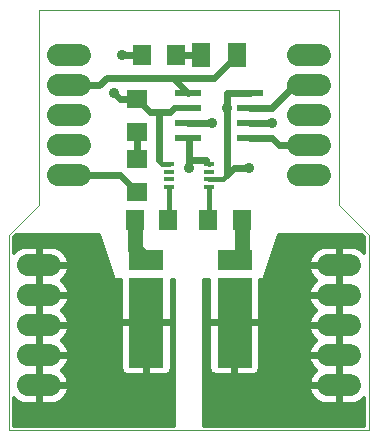
<source format=gtl>
G75*
%MOIN*%
%OFA0B0*%
%FSLAX24Y24*%
%IPPOS*%
%LPD*%
%AMOC8*
5,1,8,0,0,1.08239X$1,22.5*
%
%ADD10C,0.0000*%
%ADD11R,0.0354X0.0177*%
%ADD12R,0.0866X0.0236*%
%ADD13R,0.1161X0.0661*%
%ADD14R,0.1161X0.3000*%
%ADD15R,0.0630X0.0710*%
%ADD16R,0.0710X0.0630*%
%ADD17R,0.0591X0.0787*%
%ADD18C,0.0740*%
%ADD19C,0.0180*%
%ADD20C,0.0240*%
%ADD21C,0.0356*%
%ADD22C,0.0160*%
%ADD23C,0.0500*%
%ADD24C,0.0120*%
%ADD25R,0.0356X0.0356*%
D10*
X000160Y000660D02*
X000160Y007160D01*
X001160Y008160D01*
X001160Y014660D01*
X011160Y014660D01*
X011160Y008160D01*
X012160Y007160D01*
X012160Y000660D01*
X000160Y000660D01*
D11*
X005485Y008776D03*
X005485Y009032D03*
X005485Y009288D03*
X005485Y009544D03*
X006835Y009544D03*
X006835Y009288D03*
X006835Y009032D03*
X006835Y008776D03*
D12*
X006136Y010410D03*
X006136Y010910D03*
X006136Y011410D03*
X006136Y011910D03*
X008184Y011910D03*
X008184Y011410D03*
X008184Y010910D03*
X008184Y010410D03*
D13*
X007682Y006329D03*
X004741Y006329D03*
D14*
X004741Y004258D03*
X007682Y004258D03*
D15*
X007920Y007660D03*
X006800Y007660D03*
X005470Y007660D03*
X004350Y007660D03*
X004600Y013160D03*
X005720Y013160D03*
D16*
X004410Y011720D03*
X004410Y010600D03*
X004410Y009720D03*
X004410Y008600D03*
D17*
X006569Y013160D03*
X007751Y013160D03*
D18*
X009790Y013160D02*
X010530Y013160D01*
X010530Y012160D02*
X009790Y012160D01*
X009790Y011160D02*
X010530Y011160D01*
X010530Y010160D02*
X009790Y010160D01*
X009790Y009160D02*
X010530Y009160D01*
X010790Y006160D02*
X011530Y006160D01*
X011530Y005160D02*
X010790Y005160D01*
X010790Y004160D02*
X011530Y004160D01*
X011530Y003160D02*
X010790Y003160D01*
X010790Y002160D02*
X011530Y002160D01*
X002530Y009160D02*
X001790Y009160D01*
X001790Y010160D02*
X002530Y010160D01*
X002530Y011160D02*
X001790Y011160D01*
X001790Y012160D02*
X002530Y012160D01*
X002530Y013160D02*
X001790Y013160D01*
X001530Y006160D02*
X000790Y006160D01*
X000790Y005160D02*
X001530Y005160D01*
X001530Y004160D02*
X000790Y004160D01*
X000790Y003160D02*
X001530Y003160D01*
X001530Y002160D02*
X000790Y002160D01*
D19*
X005485Y007675D02*
X005485Y008776D01*
X005485Y009544D02*
X005276Y009544D01*
X005160Y009660D01*
X006719Y009660D02*
X006835Y009544D01*
X006835Y009032D02*
X007282Y009032D01*
X007410Y009160D01*
X006835Y008776D02*
X006835Y007675D01*
D20*
X007410Y009160D02*
X007660Y009410D01*
X008160Y009410D01*
X007410Y009160D02*
X007410Y011410D01*
X007410Y011910D01*
X008184Y011910D01*
X008184Y011410D02*
X008910Y011410D01*
X009660Y012160D01*
X010160Y012160D01*
X008910Y010910D02*
X008184Y010910D01*
X008184Y010410D02*
X008910Y010410D01*
X009160Y010160D01*
X010160Y010160D01*
X007751Y013160D02*
X007001Y012410D01*
X005636Y012410D01*
X003410Y012410D01*
X003160Y012160D01*
X002160Y012160D01*
X003660Y011910D02*
X003850Y011720D01*
X004410Y011720D01*
X004845Y011285D01*
X005160Y011285D01*
X005160Y009660D01*
X004410Y009720D02*
X004410Y010600D01*
X005160Y011285D02*
X005535Y011285D01*
X005660Y011410D01*
X006136Y011910D02*
X005636Y012410D01*
X005720Y013160D02*
X006569Y013160D01*
X006910Y010910D02*
X006136Y010910D01*
X006160Y010386D02*
X006160Y009660D01*
X006719Y009660D01*
X006160Y009660D02*
X006160Y009410D01*
X004410Y008600D02*
X003850Y009160D01*
X002160Y009160D01*
X003910Y013160D02*
X004600Y013160D01*
D21*
X003910Y013160D03*
X003660Y011910D03*
X006160Y009410D03*
X006910Y010910D03*
X007410Y011410D03*
X008910Y010910D03*
X008160Y009410D03*
D22*
X006835Y007675D02*
X006800Y007660D01*
X005485Y007675D02*
X005470Y007660D01*
X006160Y010386D02*
X006136Y010410D01*
X006136Y011410D02*
X005660Y011410D01*
D23*
X004350Y007660D02*
X004350Y006720D01*
X004741Y006329D01*
X007682Y006329D02*
X007920Y006567D01*
X007920Y007660D01*
D24*
X008968Y006585D02*
X010324Y006585D01*
X010309Y006570D02*
X010251Y006490D01*
X010206Y006402D01*
X010176Y006308D01*
X010160Y006210D01*
X011110Y006210D01*
X011110Y006790D01*
X010740Y006790D01*
X010642Y006774D01*
X010548Y006744D01*
X010460Y006699D01*
X010380Y006641D01*
X010309Y006570D01*
X010239Y006467D02*
X008929Y006467D01*
X008889Y006348D02*
X010189Y006348D01*
X010163Y006230D02*
X008850Y006230D01*
X008810Y006111D02*
X011110Y006111D01*
X011110Y006110D02*
X010160Y006110D01*
X010176Y006012D01*
X010206Y005918D01*
X010251Y005830D01*
X010309Y005750D01*
X010380Y005679D01*
X010406Y005660D01*
X010380Y005641D01*
X010309Y005570D01*
X010251Y005490D01*
X010206Y005402D01*
X010176Y005308D01*
X010160Y005210D01*
X011110Y005210D01*
X011110Y006110D01*
X011110Y006210D01*
X011210Y006210D01*
X011210Y006790D01*
X011580Y006790D01*
X011678Y006774D01*
X011772Y006744D01*
X011860Y006699D01*
X011940Y006641D01*
X012000Y006581D01*
X012000Y007094D01*
X011934Y007160D01*
X009160Y007160D01*
X008660Y005660D01*
X008522Y005660D01*
X008522Y004318D01*
X007742Y004318D01*
X007742Y004198D01*
X008522Y004198D01*
X008522Y002733D01*
X008512Y002683D01*
X008493Y002635D01*
X008464Y002593D01*
X008428Y002556D01*
X008386Y002528D01*
X008338Y002508D01*
X008288Y002498D01*
X007742Y002498D01*
X007742Y004198D01*
X007622Y004198D01*
X007622Y002498D01*
X007075Y002498D01*
X007025Y002508D01*
X006978Y002528D01*
X006935Y002556D01*
X006899Y002593D01*
X006871Y002635D01*
X006851Y002683D01*
X006841Y002733D01*
X006841Y004198D01*
X007622Y004198D01*
X007622Y004318D01*
X006841Y004318D01*
X006841Y005660D01*
X006660Y005660D01*
X006660Y000820D01*
X012000Y000820D01*
X012000Y001739D01*
X011940Y001679D01*
X011860Y001621D01*
X011772Y001576D01*
X011678Y001546D01*
X011580Y001530D01*
X011210Y001530D01*
X011210Y002110D01*
X011110Y002110D01*
X011110Y001530D01*
X010740Y001530D01*
X010642Y001546D01*
X010548Y001576D01*
X010460Y001621D01*
X010380Y001679D01*
X010309Y001750D01*
X010251Y001830D01*
X010206Y001918D01*
X010176Y002012D01*
X010160Y002110D01*
X011110Y002110D01*
X011110Y002210D01*
X011110Y003110D01*
X010160Y003110D01*
X010176Y003012D01*
X010206Y002918D01*
X010251Y002830D01*
X010309Y002750D01*
X010380Y002679D01*
X010406Y002660D01*
X010380Y002641D01*
X010309Y002570D01*
X010251Y002490D01*
X010206Y002402D01*
X010176Y002308D01*
X010160Y002210D01*
X011110Y002210D01*
X011210Y002210D01*
X011210Y002530D01*
X011210Y003110D01*
X011110Y003110D01*
X011110Y003210D01*
X011110Y004110D01*
X010160Y004110D01*
X010176Y004012D01*
X010206Y003918D01*
X010251Y003830D01*
X010309Y003750D01*
X010380Y003679D01*
X010406Y003660D01*
X010380Y003641D01*
X010309Y003570D01*
X010251Y003490D01*
X010206Y003402D01*
X010176Y003308D01*
X010160Y003210D01*
X011110Y003210D01*
X011210Y003210D01*
X011210Y003530D01*
X011210Y004110D01*
X011110Y004110D01*
X011110Y004210D01*
X011110Y005110D01*
X010160Y005110D01*
X010176Y005012D01*
X010206Y004918D01*
X010251Y004830D01*
X010309Y004750D01*
X010380Y004679D01*
X010406Y004660D01*
X010380Y004641D01*
X010309Y004570D01*
X010251Y004490D01*
X010206Y004402D01*
X010176Y004308D01*
X010160Y004210D01*
X011110Y004210D01*
X011210Y004210D01*
X011210Y004530D01*
X011210Y005110D01*
X011110Y005110D01*
X011110Y005210D01*
X011210Y005210D01*
X011210Y005530D01*
X011210Y006110D01*
X011110Y006110D01*
X011110Y005993D02*
X011210Y005993D01*
X011210Y005874D02*
X011110Y005874D01*
X011110Y005756D02*
X011210Y005756D01*
X011210Y005637D02*
X011110Y005637D01*
X011110Y005519D02*
X011210Y005519D01*
X011210Y005400D02*
X011110Y005400D01*
X011110Y005282D02*
X011210Y005282D01*
X011110Y005163D02*
X008522Y005163D01*
X008522Y005045D02*
X010170Y005045D01*
X010204Y004926D02*
X008522Y004926D01*
X008522Y004808D02*
X010267Y004808D01*
X010370Y004689D02*
X008522Y004689D01*
X008522Y004571D02*
X010310Y004571D01*
X010232Y004452D02*
X008522Y004452D01*
X008522Y004334D02*
X010184Y004334D01*
X010161Y004215D02*
X007742Y004215D01*
X007742Y004097D02*
X007622Y004097D01*
X007622Y004215D02*
X006660Y004215D01*
X006660Y004097D02*
X006841Y004097D01*
X006841Y003978D02*
X006660Y003978D01*
X006660Y003860D02*
X006841Y003860D01*
X006841Y003741D02*
X006660Y003741D01*
X006660Y003623D02*
X006841Y003623D01*
X006841Y003504D02*
X006660Y003504D01*
X006660Y003386D02*
X006841Y003386D01*
X006841Y003267D02*
X006660Y003267D01*
X006660Y003149D02*
X006841Y003149D01*
X006841Y003030D02*
X006660Y003030D01*
X006660Y002912D02*
X006841Y002912D01*
X006841Y002793D02*
X006660Y002793D01*
X006660Y002675D02*
X006854Y002675D01*
X006936Y002556D02*
X006660Y002556D01*
X006660Y002438D02*
X010224Y002438D01*
X010179Y002319D02*
X006660Y002319D01*
X006660Y002201D02*
X011110Y002201D01*
X011110Y002319D02*
X011210Y002319D01*
X011210Y002438D02*
X011110Y002438D01*
X011110Y002556D02*
X011210Y002556D01*
X011210Y002675D02*
X011110Y002675D01*
X011110Y002793D02*
X011210Y002793D01*
X011210Y002912D02*
X011110Y002912D01*
X011110Y003030D02*
X011210Y003030D01*
X011110Y003149D02*
X008522Y003149D01*
X008522Y003267D02*
X010169Y003267D01*
X010201Y003386D02*
X008522Y003386D01*
X008522Y003504D02*
X010261Y003504D01*
X010362Y003623D02*
X008522Y003623D01*
X008522Y003741D02*
X010318Y003741D01*
X010236Y003860D02*
X008522Y003860D01*
X008522Y003978D02*
X010187Y003978D01*
X010162Y004097D02*
X008522Y004097D01*
X007742Y003978D02*
X007622Y003978D01*
X007622Y003860D02*
X007742Y003860D01*
X007742Y003741D02*
X007622Y003741D01*
X007622Y003623D02*
X007742Y003623D01*
X007742Y003504D02*
X007622Y003504D01*
X007622Y003386D02*
X007742Y003386D01*
X007742Y003267D02*
X007622Y003267D01*
X007622Y003149D02*
X007742Y003149D01*
X007742Y003030D02*
X007622Y003030D01*
X007622Y002912D02*
X007742Y002912D01*
X007742Y002793D02*
X007622Y002793D01*
X007622Y002675D02*
X007742Y002675D01*
X007742Y002556D02*
X007622Y002556D01*
X008427Y002556D02*
X010299Y002556D01*
X010386Y002675D02*
X008509Y002675D01*
X008522Y002793D02*
X010278Y002793D01*
X010210Y002912D02*
X008522Y002912D01*
X008522Y003030D02*
X010173Y003030D01*
X010164Y002082D02*
X006660Y002082D01*
X006660Y001964D02*
X010191Y001964D01*
X010243Y001845D02*
X006660Y001845D01*
X006660Y001727D02*
X010333Y001727D01*
X010486Y001608D02*
X006660Y001608D01*
X006660Y001490D02*
X012000Y001490D01*
X012000Y001608D02*
X011834Y001608D01*
X011987Y001727D02*
X012000Y001727D01*
X012000Y001371D02*
X006660Y001371D01*
X006660Y001253D02*
X012000Y001253D01*
X012000Y001134D02*
X006660Y001134D01*
X006660Y001016D02*
X012000Y001016D01*
X012000Y000897D02*
X006660Y000897D01*
X005660Y000897D02*
X000320Y000897D01*
X000320Y000820D02*
X000320Y001739D01*
X000380Y001679D01*
X000460Y001621D01*
X000548Y001576D01*
X000642Y001546D01*
X000740Y001530D01*
X001110Y001530D01*
X001110Y002110D01*
X001210Y002110D01*
X001210Y002210D01*
X002160Y002210D01*
X002144Y002308D01*
X002114Y002402D01*
X002069Y002490D01*
X002011Y002570D01*
X001940Y002641D01*
X001914Y002660D01*
X001940Y002679D01*
X002011Y002750D01*
X002069Y002830D01*
X002114Y002918D01*
X002144Y003012D01*
X002160Y003110D01*
X001210Y003110D01*
X001210Y003210D01*
X002160Y003210D01*
X002144Y003308D01*
X002114Y003402D01*
X002069Y003490D01*
X002011Y003570D01*
X001940Y003641D01*
X001914Y003660D01*
X001940Y003679D01*
X002011Y003750D01*
X002069Y003830D01*
X002114Y003918D01*
X002144Y004012D01*
X002160Y004110D01*
X001210Y004110D01*
X001210Y004210D01*
X002160Y004210D01*
X002144Y004308D01*
X002114Y004402D01*
X002069Y004490D01*
X002011Y004570D01*
X001940Y004641D01*
X001914Y004660D01*
X001940Y004679D01*
X002011Y004750D01*
X002069Y004830D01*
X002114Y004918D01*
X002144Y005012D01*
X002160Y005110D01*
X001210Y005110D01*
X001210Y005210D01*
X002160Y005210D01*
X002144Y005308D01*
X002114Y005402D01*
X002069Y005490D01*
X002011Y005570D01*
X001940Y005641D01*
X001914Y005660D01*
X001940Y005679D01*
X002011Y005750D01*
X002069Y005830D01*
X002114Y005918D01*
X002144Y006012D01*
X002160Y006110D01*
X001210Y006110D01*
X001210Y006210D01*
X001110Y006210D01*
X001110Y006790D01*
X000740Y006790D01*
X000642Y006774D01*
X000548Y006744D01*
X000460Y006699D01*
X000380Y006641D01*
X000320Y006581D01*
X000320Y007094D01*
X000386Y007160D01*
X003160Y007160D01*
X003660Y005660D01*
X003900Y005660D01*
X003900Y004318D01*
X004681Y004318D01*
X004681Y004198D01*
X004801Y004198D01*
X004801Y002498D01*
X005347Y002498D01*
X005397Y002508D01*
X005445Y002528D01*
X005487Y002556D01*
X005523Y002593D01*
X005552Y002635D01*
X005571Y002683D01*
X005581Y002733D01*
X005581Y004198D01*
X004801Y004198D01*
X004801Y004318D01*
X005581Y004318D01*
X005581Y005660D01*
X005660Y005660D01*
X005660Y000820D01*
X000320Y000820D01*
X000320Y001016D02*
X005660Y001016D01*
X005660Y001134D02*
X000320Y001134D01*
X000320Y001253D02*
X005660Y001253D01*
X005660Y001371D02*
X000320Y001371D01*
X000320Y001490D02*
X005660Y001490D01*
X005660Y001608D02*
X001834Y001608D01*
X001860Y001621D02*
X001772Y001576D01*
X001678Y001546D01*
X001580Y001530D01*
X001210Y001530D01*
X001210Y002110D01*
X002160Y002110D01*
X002144Y002012D01*
X002114Y001918D01*
X002069Y001830D01*
X002011Y001750D01*
X001940Y001679D01*
X001860Y001621D01*
X001987Y001727D02*
X005660Y001727D01*
X005660Y001845D02*
X002077Y001845D01*
X002129Y001964D02*
X005660Y001964D01*
X005660Y002082D02*
X002155Y002082D01*
X002141Y002319D02*
X005660Y002319D01*
X005660Y002201D02*
X001210Y002201D01*
X001210Y002210D02*
X001110Y002210D01*
X001110Y003110D01*
X001210Y003110D01*
X001210Y002530D01*
X001210Y002210D01*
X001210Y002319D02*
X001110Y002319D01*
X001110Y002438D02*
X001210Y002438D01*
X001210Y002556D02*
X001110Y002556D01*
X001110Y002675D02*
X001210Y002675D01*
X001210Y002793D02*
X001110Y002793D01*
X001110Y002912D02*
X001210Y002912D01*
X001210Y003030D02*
X001110Y003030D01*
X001210Y003149D02*
X003900Y003149D01*
X003900Y003267D02*
X002151Y003267D01*
X002119Y003386D02*
X003900Y003386D01*
X003900Y003504D02*
X002059Y003504D01*
X001958Y003623D02*
X003900Y003623D01*
X003900Y003741D02*
X002002Y003741D01*
X002084Y003860D02*
X003900Y003860D01*
X003900Y003978D02*
X002133Y003978D01*
X002158Y004097D02*
X003900Y004097D01*
X003900Y004198D02*
X003900Y002733D01*
X003910Y002683D01*
X003930Y002635D01*
X003958Y002593D01*
X003994Y002556D01*
X004037Y002528D01*
X004084Y002508D01*
X004134Y002498D01*
X004681Y002498D01*
X004681Y004198D01*
X003900Y004198D01*
X003900Y004334D02*
X002136Y004334D01*
X002159Y004215D02*
X004681Y004215D01*
X004681Y004097D02*
X004801Y004097D01*
X004801Y004215D02*
X005660Y004215D01*
X005660Y004097D02*
X005581Y004097D01*
X005581Y003978D02*
X005660Y003978D01*
X005660Y003860D02*
X005581Y003860D01*
X005581Y003741D02*
X005660Y003741D01*
X005660Y003623D02*
X005581Y003623D01*
X005581Y003504D02*
X005660Y003504D01*
X005660Y003386D02*
X005581Y003386D01*
X005581Y003267D02*
X005660Y003267D01*
X005660Y003149D02*
X005581Y003149D01*
X005581Y003030D02*
X005660Y003030D01*
X005660Y002912D02*
X005581Y002912D01*
X005581Y002793D02*
X005660Y002793D01*
X005660Y002675D02*
X005568Y002675D01*
X005486Y002556D02*
X005660Y002556D01*
X005660Y002438D02*
X002096Y002438D01*
X002021Y002556D02*
X003995Y002556D01*
X003913Y002675D02*
X001934Y002675D01*
X002042Y002793D02*
X003900Y002793D01*
X003900Y002912D02*
X002110Y002912D01*
X002147Y003030D02*
X003900Y003030D01*
X004681Y003030D02*
X004801Y003030D01*
X004801Y002912D02*
X004681Y002912D01*
X004681Y002793D02*
X004801Y002793D01*
X004801Y002675D02*
X004681Y002675D01*
X004681Y002556D02*
X004801Y002556D01*
X004801Y003149D02*
X004681Y003149D01*
X004681Y003267D02*
X004801Y003267D01*
X004801Y003386D02*
X004681Y003386D01*
X004681Y003504D02*
X004801Y003504D01*
X004801Y003623D02*
X004681Y003623D01*
X004681Y003741D02*
X004801Y003741D01*
X004801Y003860D02*
X004681Y003860D01*
X004681Y003978D02*
X004801Y003978D01*
X005581Y004334D02*
X005660Y004334D01*
X005660Y004452D02*
X005581Y004452D01*
X005581Y004571D02*
X005660Y004571D01*
X005660Y004689D02*
X005581Y004689D01*
X005581Y004808D02*
X005660Y004808D01*
X005660Y004926D02*
X005581Y004926D01*
X005581Y005045D02*
X005660Y005045D01*
X005660Y005163D02*
X005581Y005163D01*
X005581Y005282D02*
X005660Y005282D01*
X005660Y005400D02*
X005581Y005400D01*
X005581Y005519D02*
X005660Y005519D01*
X005660Y005637D02*
X005581Y005637D01*
X006660Y005637D02*
X006841Y005637D01*
X006841Y005519D02*
X006660Y005519D01*
X006660Y005400D02*
X006841Y005400D01*
X006841Y005282D02*
X006660Y005282D01*
X006660Y005163D02*
X006841Y005163D01*
X006841Y005045D02*
X006660Y005045D01*
X006660Y004926D02*
X006841Y004926D01*
X006841Y004808D02*
X006660Y004808D01*
X006660Y004689D02*
X006841Y004689D01*
X006841Y004571D02*
X006660Y004571D01*
X006660Y004452D02*
X006841Y004452D01*
X006841Y004334D02*
X006660Y004334D01*
X008522Y005282D02*
X010171Y005282D01*
X010206Y005400D02*
X008522Y005400D01*
X008522Y005519D02*
X010272Y005519D01*
X010376Y005637D02*
X008522Y005637D01*
X008692Y005756D02*
X010305Y005756D01*
X010229Y005874D02*
X008731Y005874D01*
X008771Y005993D02*
X010182Y005993D01*
X010469Y006704D02*
X009008Y006704D01*
X009047Y006822D02*
X012000Y006822D01*
X012000Y006704D02*
X011851Y006704D01*
X011996Y006585D02*
X012000Y006585D01*
X012000Y006941D02*
X009087Y006941D01*
X009126Y007059D02*
X012000Y007059D01*
X011210Y006704D02*
X011110Y006704D01*
X011110Y006585D02*
X011210Y006585D01*
X011210Y006467D02*
X011110Y006467D01*
X011110Y006348D02*
X011210Y006348D01*
X011210Y006230D02*
X011110Y006230D01*
X011110Y005045D02*
X011210Y005045D01*
X011210Y004926D02*
X011110Y004926D01*
X011110Y004808D02*
X011210Y004808D01*
X011210Y004689D02*
X011110Y004689D01*
X011110Y004571D02*
X011210Y004571D01*
X011210Y004452D02*
X011110Y004452D01*
X011110Y004334D02*
X011210Y004334D01*
X011210Y004215D02*
X011110Y004215D01*
X011110Y004097D02*
X011210Y004097D01*
X011210Y003978D02*
X011110Y003978D01*
X011110Y003860D02*
X011210Y003860D01*
X011210Y003741D02*
X011110Y003741D01*
X011110Y003623D02*
X011210Y003623D01*
X011210Y003504D02*
X011110Y003504D01*
X011110Y003386D02*
X011210Y003386D01*
X011210Y003267D02*
X011110Y003267D01*
X011110Y002082D02*
X011210Y002082D01*
X011210Y001964D02*
X011110Y001964D01*
X011110Y001845D02*
X011210Y001845D01*
X011210Y001727D02*
X011110Y001727D01*
X011110Y001608D02*
X011210Y001608D01*
X003900Y004452D02*
X002088Y004452D01*
X002010Y004571D02*
X003900Y004571D01*
X003900Y004689D02*
X001950Y004689D01*
X002053Y004808D02*
X003900Y004808D01*
X003900Y004926D02*
X002116Y004926D01*
X002150Y005045D02*
X003900Y005045D01*
X003900Y005163D02*
X001210Y005163D01*
X001210Y005210D02*
X001110Y005210D01*
X001110Y006110D01*
X001210Y006110D01*
X001210Y005530D01*
X001210Y005210D01*
X001210Y005282D02*
X001110Y005282D01*
X001110Y005400D02*
X001210Y005400D01*
X001210Y005519D02*
X001110Y005519D01*
X001110Y005637D02*
X001210Y005637D01*
X001210Y005756D02*
X001110Y005756D01*
X001110Y005874D02*
X001210Y005874D01*
X001210Y005993D02*
X001110Y005993D01*
X001210Y006111D02*
X003510Y006111D01*
X003549Y005993D02*
X002138Y005993D01*
X002091Y005874D02*
X003589Y005874D01*
X003628Y005756D02*
X002015Y005756D01*
X001944Y005637D02*
X003900Y005637D01*
X003900Y005519D02*
X002048Y005519D01*
X002114Y005400D02*
X003900Y005400D01*
X003900Y005282D02*
X002149Y005282D01*
X002160Y006210D02*
X002144Y006308D01*
X002114Y006402D01*
X002069Y006490D01*
X002011Y006570D01*
X001940Y006641D01*
X001860Y006699D01*
X001772Y006744D01*
X001678Y006774D01*
X001580Y006790D01*
X001210Y006790D01*
X001210Y006210D01*
X002160Y006210D01*
X002157Y006230D02*
X003470Y006230D01*
X003431Y006348D02*
X002131Y006348D01*
X002081Y006467D02*
X003391Y006467D01*
X003352Y006585D02*
X001996Y006585D01*
X001851Y006704D02*
X003312Y006704D01*
X003273Y006822D02*
X000320Y006822D01*
X000320Y006704D02*
X000469Y006704D01*
X000324Y006585D02*
X000320Y006585D01*
X000320Y006941D02*
X003233Y006941D01*
X003194Y007059D02*
X000320Y007059D01*
X001110Y006704D02*
X001210Y006704D01*
X001210Y006585D02*
X001110Y006585D01*
X001110Y006467D02*
X001210Y006467D01*
X001210Y006348D02*
X001110Y006348D01*
X001110Y006230D02*
X001210Y006230D01*
X001210Y005110D02*
X001210Y004530D01*
X001210Y004210D01*
X001110Y004210D01*
X001110Y005110D01*
X001210Y005110D01*
X001210Y005045D02*
X001110Y005045D01*
X001110Y004926D02*
X001210Y004926D01*
X001210Y004808D02*
X001110Y004808D01*
X001110Y004689D02*
X001210Y004689D01*
X001210Y004571D02*
X001110Y004571D01*
X001110Y004452D02*
X001210Y004452D01*
X001210Y004334D02*
X001110Y004334D01*
X001110Y004215D02*
X001210Y004215D01*
X001210Y004110D02*
X001210Y003530D01*
X001210Y003210D01*
X001110Y003210D01*
X001110Y004110D01*
X001210Y004110D01*
X001210Y004097D02*
X001110Y004097D01*
X001110Y003978D02*
X001210Y003978D01*
X001210Y003860D02*
X001110Y003860D01*
X001110Y003741D02*
X001210Y003741D01*
X001210Y003623D02*
X001110Y003623D01*
X001110Y003504D02*
X001210Y003504D01*
X001210Y003386D02*
X001110Y003386D01*
X001110Y003267D02*
X001210Y003267D01*
X001210Y002082D02*
X001110Y002082D01*
X001110Y001964D02*
X001210Y001964D01*
X001210Y001845D02*
X001110Y001845D01*
X001110Y001727D02*
X001210Y001727D01*
X001210Y001608D02*
X001110Y001608D01*
X000486Y001608D02*
X000320Y001608D01*
X000320Y001727D02*
X000333Y001727D01*
D25*
X001910Y001410D03*
X003660Y002160D03*
X003660Y003160D03*
X003660Y004160D03*
X003660Y005160D03*
X002910Y006910D03*
X005160Y001660D03*
X007160Y001660D03*
X008660Y002160D03*
X008660Y003160D03*
X008660Y004160D03*
X008660Y005160D03*
X009410Y006910D03*
X010660Y001410D03*
M02*

</source>
